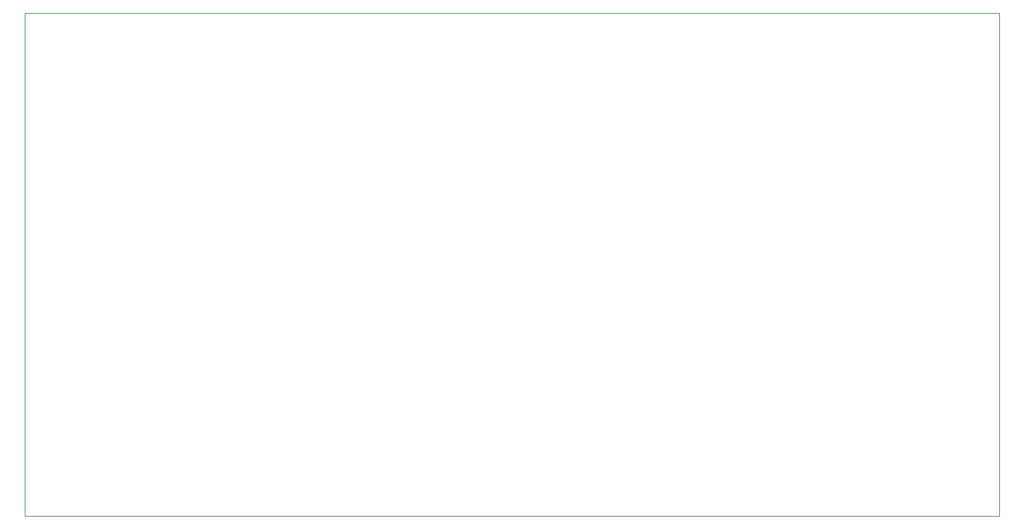
<source format=gbr>
%TF.GenerationSoftware,KiCad,Pcbnew,7.0.7*%
%TF.CreationDate,2023-11-30T13:52:08+01:00*%
%TF.ProjectId,CC_Load,43435f4c-6f61-4642-9e6b-696361645f70,rev?*%
%TF.SameCoordinates,Original*%
%TF.FileFunction,Profile,NP*%
%FSLAX46Y46*%
G04 Gerber Fmt 4.6, Leading zero omitted, Abs format (unit mm)*
G04 Created by KiCad (PCBNEW 7.0.7) date 2023-11-30 13:52:08*
%MOMM*%
%LPD*%
G01*
G04 APERTURE LIST*
%TA.AperFunction,Profile*%
%ADD10C,0.100000*%
%TD*%
G04 APERTURE END LIST*
D10*
X170000000Y-92000000D02*
X50000000Y-92000000D01*
X50000000Y-30000000D02*
X170000000Y-30000000D01*
X170000000Y-30000000D02*
X170000000Y-92000000D01*
X50000000Y-92000000D02*
X50000000Y-30000000D01*
M02*

</source>
